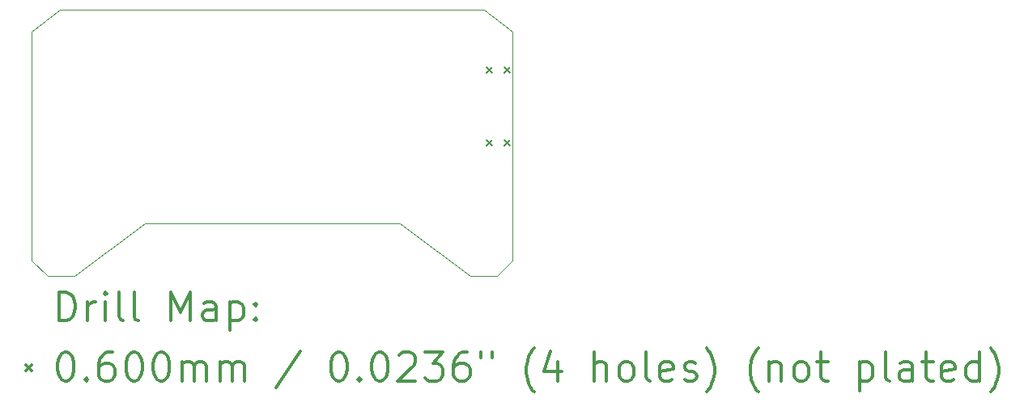
<source format=gbr>
%FSLAX45Y45*%
G04 Gerber Fmt 4.5, Leading zero omitted, Abs format (unit mm)*
G04 Created by KiCad (PCBNEW (5.1.10)-1) date 2021-07-15 16:56:06*
%MOMM*%
%LPD*%
G01*
G04 APERTURE LIST*
%TA.AperFunction,Profile*%
%ADD10C,0.050000*%
%TD*%
%ADD11C,0.200000*%
%ADD12C,0.300000*%
G04 APERTURE END LIST*
D10*
X7150100Y-4692200D02*
X7429500Y-4692200D01*
X2565400Y-2133600D02*
X2860040Y-1905000D01*
X7299960Y-1905000D02*
X7594600Y-2133600D01*
X7594600Y-4527100D02*
X7594600Y-4254500D01*
X7594600Y-4527100D02*
X7429500Y-4692200D01*
X6413500Y-4140200D02*
X7150100Y-4692200D01*
X3009900Y-4692200D02*
X3746500Y-4140200D01*
X2730500Y-4692200D02*
X3009900Y-4692200D01*
X2565400Y-4527100D02*
X2730500Y-4692200D01*
X2565400Y-4254500D02*
X2565400Y-4527100D01*
X2565400Y-4254500D02*
X2565400Y-2133600D01*
X3746500Y-4140200D02*
X6413500Y-4140200D01*
X7594600Y-2133600D02*
X7594600Y-4254500D01*
X2860040Y-1905000D02*
X7299960Y-1905000D01*
D11*
X7323640Y-2510000D02*
X7383640Y-2570000D01*
X7383640Y-2510000D02*
X7323640Y-2570000D01*
X7323640Y-3272000D02*
X7383640Y-3332000D01*
X7383640Y-3272000D02*
X7323640Y-3332000D01*
X7503640Y-2510000D02*
X7563640Y-2570000D01*
X7563640Y-2510000D02*
X7503640Y-2570000D01*
X7503640Y-3272000D02*
X7563640Y-3332000D01*
X7563640Y-3272000D02*
X7503640Y-3332000D01*
D12*
X2849328Y-5160414D02*
X2849328Y-4860414D01*
X2920757Y-4860414D01*
X2963614Y-4874700D01*
X2992186Y-4903272D01*
X3006471Y-4931843D01*
X3020757Y-4988986D01*
X3020757Y-5031843D01*
X3006471Y-5088986D01*
X2992186Y-5117557D01*
X2963614Y-5146129D01*
X2920757Y-5160414D01*
X2849328Y-5160414D01*
X3149328Y-5160414D02*
X3149328Y-4960414D01*
X3149328Y-5017557D02*
X3163614Y-4988986D01*
X3177900Y-4974700D01*
X3206471Y-4960414D01*
X3235043Y-4960414D01*
X3335043Y-5160414D02*
X3335043Y-4960414D01*
X3335043Y-4860414D02*
X3320757Y-4874700D01*
X3335043Y-4888986D01*
X3349328Y-4874700D01*
X3335043Y-4860414D01*
X3335043Y-4888986D01*
X3520757Y-5160414D02*
X3492186Y-5146129D01*
X3477900Y-5117557D01*
X3477900Y-4860414D01*
X3677900Y-5160414D02*
X3649328Y-5146129D01*
X3635043Y-5117557D01*
X3635043Y-4860414D01*
X4020757Y-5160414D02*
X4020757Y-4860414D01*
X4120757Y-5074700D01*
X4220757Y-4860414D01*
X4220757Y-5160414D01*
X4492186Y-5160414D02*
X4492186Y-5003272D01*
X4477900Y-4974700D01*
X4449328Y-4960414D01*
X4392186Y-4960414D01*
X4363614Y-4974700D01*
X4492186Y-5146129D02*
X4463614Y-5160414D01*
X4392186Y-5160414D01*
X4363614Y-5146129D01*
X4349328Y-5117557D01*
X4349328Y-5088986D01*
X4363614Y-5060414D01*
X4392186Y-5046129D01*
X4463614Y-5046129D01*
X4492186Y-5031843D01*
X4635043Y-4960414D02*
X4635043Y-5260414D01*
X4635043Y-4974700D02*
X4663614Y-4960414D01*
X4720757Y-4960414D01*
X4749328Y-4974700D01*
X4763614Y-4988986D01*
X4777900Y-5017557D01*
X4777900Y-5103272D01*
X4763614Y-5131843D01*
X4749328Y-5146129D01*
X4720757Y-5160414D01*
X4663614Y-5160414D01*
X4635043Y-5146129D01*
X4906471Y-5131843D02*
X4920757Y-5146129D01*
X4906471Y-5160414D01*
X4892186Y-5146129D01*
X4906471Y-5131843D01*
X4906471Y-5160414D01*
X4906471Y-4974700D02*
X4920757Y-4988986D01*
X4906471Y-5003272D01*
X4892186Y-4988986D01*
X4906471Y-4974700D01*
X4906471Y-5003272D01*
X2502900Y-5624700D02*
X2562900Y-5684700D01*
X2562900Y-5624700D02*
X2502900Y-5684700D01*
X2906471Y-5490414D02*
X2935043Y-5490414D01*
X2963614Y-5504700D01*
X2977900Y-5518986D01*
X2992186Y-5547557D01*
X3006471Y-5604700D01*
X3006471Y-5676129D01*
X2992186Y-5733271D01*
X2977900Y-5761843D01*
X2963614Y-5776129D01*
X2935043Y-5790414D01*
X2906471Y-5790414D01*
X2877900Y-5776129D01*
X2863614Y-5761843D01*
X2849328Y-5733271D01*
X2835043Y-5676129D01*
X2835043Y-5604700D01*
X2849328Y-5547557D01*
X2863614Y-5518986D01*
X2877900Y-5504700D01*
X2906471Y-5490414D01*
X3135043Y-5761843D02*
X3149328Y-5776129D01*
X3135043Y-5790414D01*
X3120757Y-5776129D01*
X3135043Y-5761843D01*
X3135043Y-5790414D01*
X3406471Y-5490414D02*
X3349328Y-5490414D01*
X3320757Y-5504700D01*
X3306471Y-5518986D01*
X3277900Y-5561843D01*
X3263614Y-5618986D01*
X3263614Y-5733271D01*
X3277900Y-5761843D01*
X3292186Y-5776129D01*
X3320757Y-5790414D01*
X3377900Y-5790414D01*
X3406471Y-5776129D01*
X3420757Y-5761843D01*
X3435043Y-5733271D01*
X3435043Y-5661843D01*
X3420757Y-5633271D01*
X3406471Y-5618986D01*
X3377900Y-5604700D01*
X3320757Y-5604700D01*
X3292186Y-5618986D01*
X3277900Y-5633271D01*
X3263614Y-5661843D01*
X3620757Y-5490414D02*
X3649328Y-5490414D01*
X3677900Y-5504700D01*
X3692186Y-5518986D01*
X3706471Y-5547557D01*
X3720757Y-5604700D01*
X3720757Y-5676129D01*
X3706471Y-5733271D01*
X3692186Y-5761843D01*
X3677900Y-5776129D01*
X3649328Y-5790414D01*
X3620757Y-5790414D01*
X3592186Y-5776129D01*
X3577900Y-5761843D01*
X3563614Y-5733271D01*
X3549328Y-5676129D01*
X3549328Y-5604700D01*
X3563614Y-5547557D01*
X3577900Y-5518986D01*
X3592186Y-5504700D01*
X3620757Y-5490414D01*
X3906471Y-5490414D02*
X3935043Y-5490414D01*
X3963614Y-5504700D01*
X3977900Y-5518986D01*
X3992186Y-5547557D01*
X4006471Y-5604700D01*
X4006471Y-5676129D01*
X3992186Y-5733271D01*
X3977900Y-5761843D01*
X3963614Y-5776129D01*
X3935043Y-5790414D01*
X3906471Y-5790414D01*
X3877900Y-5776129D01*
X3863614Y-5761843D01*
X3849328Y-5733271D01*
X3835043Y-5676129D01*
X3835043Y-5604700D01*
X3849328Y-5547557D01*
X3863614Y-5518986D01*
X3877900Y-5504700D01*
X3906471Y-5490414D01*
X4135043Y-5790414D02*
X4135043Y-5590414D01*
X4135043Y-5618986D02*
X4149328Y-5604700D01*
X4177900Y-5590414D01*
X4220757Y-5590414D01*
X4249328Y-5604700D01*
X4263614Y-5633271D01*
X4263614Y-5790414D01*
X4263614Y-5633271D02*
X4277900Y-5604700D01*
X4306471Y-5590414D01*
X4349328Y-5590414D01*
X4377900Y-5604700D01*
X4392186Y-5633271D01*
X4392186Y-5790414D01*
X4535043Y-5790414D02*
X4535043Y-5590414D01*
X4535043Y-5618986D02*
X4549328Y-5604700D01*
X4577900Y-5590414D01*
X4620757Y-5590414D01*
X4649328Y-5604700D01*
X4663614Y-5633271D01*
X4663614Y-5790414D01*
X4663614Y-5633271D02*
X4677900Y-5604700D01*
X4706471Y-5590414D01*
X4749328Y-5590414D01*
X4777900Y-5604700D01*
X4792186Y-5633271D01*
X4792186Y-5790414D01*
X5377900Y-5476129D02*
X5120757Y-5861843D01*
X5763614Y-5490414D02*
X5792186Y-5490414D01*
X5820757Y-5504700D01*
X5835043Y-5518986D01*
X5849328Y-5547557D01*
X5863614Y-5604700D01*
X5863614Y-5676129D01*
X5849328Y-5733271D01*
X5835043Y-5761843D01*
X5820757Y-5776129D01*
X5792186Y-5790414D01*
X5763614Y-5790414D01*
X5735043Y-5776129D01*
X5720757Y-5761843D01*
X5706471Y-5733271D01*
X5692186Y-5676129D01*
X5692186Y-5604700D01*
X5706471Y-5547557D01*
X5720757Y-5518986D01*
X5735043Y-5504700D01*
X5763614Y-5490414D01*
X5992186Y-5761843D02*
X6006471Y-5776129D01*
X5992186Y-5790414D01*
X5977900Y-5776129D01*
X5992186Y-5761843D01*
X5992186Y-5790414D01*
X6192186Y-5490414D02*
X6220757Y-5490414D01*
X6249328Y-5504700D01*
X6263614Y-5518986D01*
X6277900Y-5547557D01*
X6292186Y-5604700D01*
X6292186Y-5676129D01*
X6277900Y-5733271D01*
X6263614Y-5761843D01*
X6249328Y-5776129D01*
X6220757Y-5790414D01*
X6192186Y-5790414D01*
X6163614Y-5776129D01*
X6149328Y-5761843D01*
X6135043Y-5733271D01*
X6120757Y-5676129D01*
X6120757Y-5604700D01*
X6135043Y-5547557D01*
X6149328Y-5518986D01*
X6163614Y-5504700D01*
X6192186Y-5490414D01*
X6406471Y-5518986D02*
X6420757Y-5504700D01*
X6449328Y-5490414D01*
X6520757Y-5490414D01*
X6549328Y-5504700D01*
X6563614Y-5518986D01*
X6577900Y-5547557D01*
X6577900Y-5576129D01*
X6563614Y-5618986D01*
X6392186Y-5790414D01*
X6577900Y-5790414D01*
X6677900Y-5490414D02*
X6863614Y-5490414D01*
X6763614Y-5604700D01*
X6806471Y-5604700D01*
X6835043Y-5618986D01*
X6849328Y-5633271D01*
X6863614Y-5661843D01*
X6863614Y-5733271D01*
X6849328Y-5761843D01*
X6835043Y-5776129D01*
X6806471Y-5790414D01*
X6720757Y-5790414D01*
X6692186Y-5776129D01*
X6677900Y-5761843D01*
X7120757Y-5490414D02*
X7063614Y-5490414D01*
X7035043Y-5504700D01*
X7020757Y-5518986D01*
X6992186Y-5561843D01*
X6977900Y-5618986D01*
X6977900Y-5733271D01*
X6992186Y-5761843D01*
X7006471Y-5776129D01*
X7035043Y-5790414D01*
X7092186Y-5790414D01*
X7120757Y-5776129D01*
X7135043Y-5761843D01*
X7149328Y-5733271D01*
X7149328Y-5661843D01*
X7135043Y-5633271D01*
X7120757Y-5618986D01*
X7092186Y-5604700D01*
X7035043Y-5604700D01*
X7006471Y-5618986D01*
X6992186Y-5633271D01*
X6977900Y-5661843D01*
X7263614Y-5490414D02*
X7263614Y-5547557D01*
X7377900Y-5490414D02*
X7377900Y-5547557D01*
X7820757Y-5904700D02*
X7806471Y-5890414D01*
X7777900Y-5847557D01*
X7763614Y-5818986D01*
X7749328Y-5776129D01*
X7735043Y-5704700D01*
X7735043Y-5647557D01*
X7749328Y-5576129D01*
X7763614Y-5533272D01*
X7777900Y-5504700D01*
X7806471Y-5461843D01*
X7820757Y-5447557D01*
X8063614Y-5590414D02*
X8063614Y-5790414D01*
X7992186Y-5476129D02*
X7920757Y-5690414D01*
X8106471Y-5690414D01*
X8449328Y-5790414D02*
X8449328Y-5490414D01*
X8577900Y-5790414D02*
X8577900Y-5633271D01*
X8563614Y-5604700D01*
X8535043Y-5590414D01*
X8492186Y-5590414D01*
X8463614Y-5604700D01*
X8449328Y-5618986D01*
X8763614Y-5790414D02*
X8735043Y-5776129D01*
X8720757Y-5761843D01*
X8706471Y-5733271D01*
X8706471Y-5647557D01*
X8720757Y-5618986D01*
X8735043Y-5604700D01*
X8763614Y-5590414D01*
X8806471Y-5590414D01*
X8835043Y-5604700D01*
X8849328Y-5618986D01*
X8863614Y-5647557D01*
X8863614Y-5733271D01*
X8849328Y-5761843D01*
X8835043Y-5776129D01*
X8806471Y-5790414D01*
X8763614Y-5790414D01*
X9035043Y-5790414D02*
X9006471Y-5776129D01*
X8992186Y-5747557D01*
X8992186Y-5490414D01*
X9263614Y-5776129D02*
X9235043Y-5790414D01*
X9177900Y-5790414D01*
X9149328Y-5776129D01*
X9135043Y-5747557D01*
X9135043Y-5633271D01*
X9149328Y-5604700D01*
X9177900Y-5590414D01*
X9235043Y-5590414D01*
X9263614Y-5604700D01*
X9277900Y-5633271D01*
X9277900Y-5661843D01*
X9135043Y-5690414D01*
X9392186Y-5776129D02*
X9420757Y-5790414D01*
X9477900Y-5790414D01*
X9506471Y-5776129D01*
X9520757Y-5747557D01*
X9520757Y-5733271D01*
X9506471Y-5704700D01*
X9477900Y-5690414D01*
X9435043Y-5690414D01*
X9406471Y-5676129D01*
X9392186Y-5647557D01*
X9392186Y-5633271D01*
X9406471Y-5604700D01*
X9435043Y-5590414D01*
X9477900Y-5590414D01*
X9506471Y-5604700D01*
X9620757Y-5904700D02*
X9635043Y-5890414D01*
X9663614Y-5847557D01*
X9677900Y-5818986D01*
X9692186Y-5776129D01*
X9706471Y-5704700D01*
X9706471Y-5647557D01*
X9692186Y-5576129D01*
X9677900Y-5533272D01*
X9663614Y-5504700D01*
X9635043Y-5461843D01*
X9620757Y-5447557D01*
X10163614Y-5904700D02*
X10149328Y-5890414D01*
X10120757Y-5847557D01*
X10106471Y-5818986D01*
X10092186Y-5776129D01*
X10077900Y-5704700D01*
X10077900Y-5647557D01*
X10092186Y-5576129D01*
X10106471Y-5533272D01*
X10120757Y-5504700D01*
X10149328Y-5461843D01*
X10163614Y-5447557D01*
X10277900Y-5590414D02*
X10277900Y-5790414D01*
X10277900Y-5618986D02*
X10292186Y-5604700D01*
X10320757Y-5590414D01*
X10363614Y-5590414D01*
X10392186Y-5604700D01*
X10406471Y-5633271D01*
X10406471Y-5790414D01*
X10592186Y-5790414D02*
X10563614Y-5776129D01*
X10549328Y-5761843D01*
X10535043Y-5733271D01*
X10535043Y-5647557D01*
X10549328Y-5618986D01*
X10563614Y-5604700D01*
X10592186Y-5590414D01*
X10635043Y-5590414D01*
X10663614Y-5604700D01*
X10677900Y-5618986D01*
X10692186Y-5647557D01*
X10692186Y-5733271D01*
X10677900Y-5761843D01*
X10663614Y-5776129D01*
X10635043Y-5790414D01*
X10592186Y-5790414D01*
X10777900Y-5590414D02*
X10892186Y-5590414D01*
X10820757Y-5490414D02*
X10820757Y-5747557D01*
X10835043Y-5776129D01*
X10863614Y-5790414D01*
X10892186Y-5790414D01*
X11220757Y-5590414D02*
X11220757Y-5890414D01*
X11220757Y-5604700D02*
X11249328Y-5590414D01*
X11306471Y-5590414D01*
X11335043Y-5604700D01*
X11349328Y-5618986D01*
X11363614Y-5647557D01*
X11363614Y-5733271D01*
X11349328Y-5761843D01*
X11335043Y-5776129D01*
X11306471Y-5790414D01*
X11249328Y-5790414D01*
X11220757Y-5776129D01*
X11535043Y-5790414D02*
X11506471Y-5776129D01*
X11492186Y-5747557D01*
X11492186Y-5490414D01*
X11777900Y-5790414D02*
X11777900Y-5633271D01*
X11763614Y-5604700D01*
X11735043Y-5590414D01*
X11677900Y-5590414D01*
X11649328Y-5604700D01*
X11777900Y-5776129D02*
X11749328Y-5790414D01*
X11677900Y-5790414D01*
X11649328Y-5776129D01*
X11635043Y-5747557D01*
X11635043Y-5718986D01*
X11649328Y-5690414D01*
X11677900Y-5676129D01*
X11749328Y-5676129D01*
X11777900Y-5661843D01*
X11877900Y-5590414D02*
X11992186Y-5590414D01*
X11920757Y-5490414D02*
X11920757Y-5747557D01*
X11935043Y-5776129D01*
X11963614Y-5790414D01*
X11992186Y-5790414D01*
X12206471Y-5776129D02*
X12177900Y-5790414D01*
X12120757Y-5790414D01*
X12092186Y-5776129D01*
X12077900Y-5747557D01*
X12077900Y-5633271D01*
X12092186Y-5604700D01*
X12120757Y-5590414D01*
X12177900Y-5590414D01*
X12206471Y-5604700D01*
X12220757Y-5633271D01*
X12220757Y-5661843D01*
X12077900Y-5690414D01*
X12477900Y-5790414D02*
X12477900Y-5490414D01*
X12477900Y-5776129D02*
X12449328Y-5790414D01*
X12392186Y-5790414D01*
X12363614Y-5776129D01*
X12349328Y-5761843D01*
X12335043Y-5733271D01*
X12335043Y-5647557D01*
X12349328Y-5618986D01*
X12363614Y-5604700D01*
X12392186Y-5590414D01*
X12449328Y-5590414D01*
X12477900Y-5604700D01*
X12592186Y-5904700D02*
X12606471Y-5890414D01*
X12635043Y-5847557D01*
X12649328Y-5818986D01*
X12663614Y-5776129D01*
X12677900Y-5704700D01*
X12677900Y-5647557D01*
X12663614Y-5576129D01*
X12649328Y-5533272D01*
X12635043Y-5504700D01*
X12606471Y-5461843D01*
X12592186Y-5447557D01*
M02*

</source>
